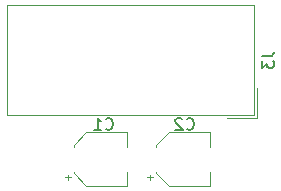
<source format=gbr>
G04 #@! TF.GenerationSoftware,KiCad,Pcbnew,(5.1.2-1)-1*
G04 #@! TF.CreationDate,2019-08-21T10:56:26-07:00*
G04 #@! TF.ProjectId,AS3360_VCA,41533333-3630-45f5-9643-412e6b696361,rev?*
G04 #@! TF.SameCoordinates,Original*
G04 #@! TF.FileFunction,Legend,Bot*
G04 #@! TF.FilePolarity,Positive*
%FSLAX46Y46*%
G04 Gerber Fmt 4.6, Leading zero omitted, Abs format (unit mm)*
G04 Created by KiCad (PCBNEW (5.1.2-1)-1) date 2019-08-21 10:56:26*
%MOMM*%
%LPD*%
G04 APERTURE LIST*
%ADD10C,0.120000*%
%ADD11C,0.150000*%
G04 APERTURE END LIST*
D10*
X135271000Y-94512000D02*
X114411000Y-94512000D01*
X114411000Y-94512000D02*
X114411000Y-103862000D01*
X114411000Y-103862000D02*
X135271000Y-103862000D01*
X135271000Y-103862000D02*
X135271000Y-94512000D01*
X135521000Y-104112000D02*
X132981000Y-104112000D01*
X135521000Y-104112000D02*
X135521000Y-101572000D01*
X124561000Y-105309000D02*
X124561000Y-106509000D01*
X124561000Y-109829000D02*
X124561000Y-108629000D01*
X121105437Y-109829000D02*
X124561000Y-109829000D01*
X121105437Y-105309000D02*
X124561000Y-105309000D01*
X120041000Y-106373437D02*
X120041000Y-106509000D01*
X120041000Y-108764563D02*
X120041000Y-108629000D01*
X120041000Y-108764563D02*
X121105437Y-109829000D01*
X120041000Y-106373437D02*
X121105437Y-105309000D01*
X119301000Y-109129000D02*
X119801000Y-109129000D01*
X119551000Y-109379000D02*
X119551000Y-108879000D01*
X126514000Y-109379000D02*
X126514000Y-108879000D01*
X126264000Y-109129000D02*
X126764000Y-109129000D01*
X127004000Y-106373437D02*
X128068437Y-105309000D01*
X127004000Y-108764563D02*
X128068437Y-109829000D01*
X127004000Y-108764563D02*
X127004000Y-108629000D01*
X127004000Y-106373437D02*
X127004000Y-106509000D01*
X128068437Y-105309000D02*
X131524000Y-105309000D01*
X128068437Y-109829000D02*
X131524000Y-109829000D01*
X131524000Y-109829000D02*
X131524000Y-108629000D01*
X131524000Y-105309000D02*
X131524000Y-106509000D01*
D11*
X135977380Y-98853666D02*
X136691666Y-98853666D01*
X136834523Y-98806047D01*
X136929761Y-98710809D01*
X136977380Y-98567952D01*
X136977380Y-98472714D01*
X135977380Y-99234619D02*
X135977380Y-99853666D01*
X136358333Y-99520333D01*
X136358333Y-99663190D01*
X136405952Y-99758428D01*
X136453571Y-99806047D01*
X136548809Y-99853666D01*
X136786904Y-99853666D01*
X136882142Y-99806047D01*
X136929761Y-99758428D01*
X136977380Y-99663190D01*
X136977380Y-99377476D01*
X136929761Y-99282238D01*
X136882142Y-99234619D01*
X122721666Y-105005142D02*
X122769285Y-105052761D01*
X122912142Y-105100380D01*
X123007380Y-105100380D01*
X123150238Y-105052761D01*
X123245476Y-104957523D01*
X123293095Y-104862285D01*
X123340714Y-104671809D01*
X123340714Y-104528952D01*
X123293095Y-104338476D01*
X123245476Y-104243238D01*
X123150238Y-104148000D01*
X123007380Y-104100380D01*
X122912142Y-104100380D01*
X122769285Y-104148000D01*
X122721666Y-104195619D01*
X121769285Y-105100380D02*
X122340714Y-105100380D01*
X122055000Y-105100380D02*
X122055000Y-104100380D01*
X122150238Y-104243238D01*
X122245476Y-104338476D01*
X122340714Y-104386095D01*
X129579666Y-105005142D02*
X129627285Y-105052761D01*
X129770142Y-105100380D01*
X129865380Y-105100380D01*
X130008238Y-105052761D01*
X130103476Y-104957523D01*
X130151095Y-104862285D01*
X130198714Y-104671809D01*
X130198714Y-104528952D01*
X130151095Y-104338476D01*
X130103476Y-104243238D01*
X130008238Y-104148000D01*
X129865380Y-104100380D01*
X129770142Y-104100380D01*
X129627285Y-104148000D01*
X129579666Y-104195619D01*
X129198714Y-104195619D02*
X129151095Y-104148000D01*
X129055857Y-104100380D01*
X128817761Y-104100380D01*
X128722523Y-104148000D01*
X128674904Y-104195619D01*
X128627285Y-104290857D01*
X128627285Y-104386095D01*
X128674904Y-104528952D01*
X129246333Y-105100380D01*
X128627285Y-105100380D01*
M02*

</source>
